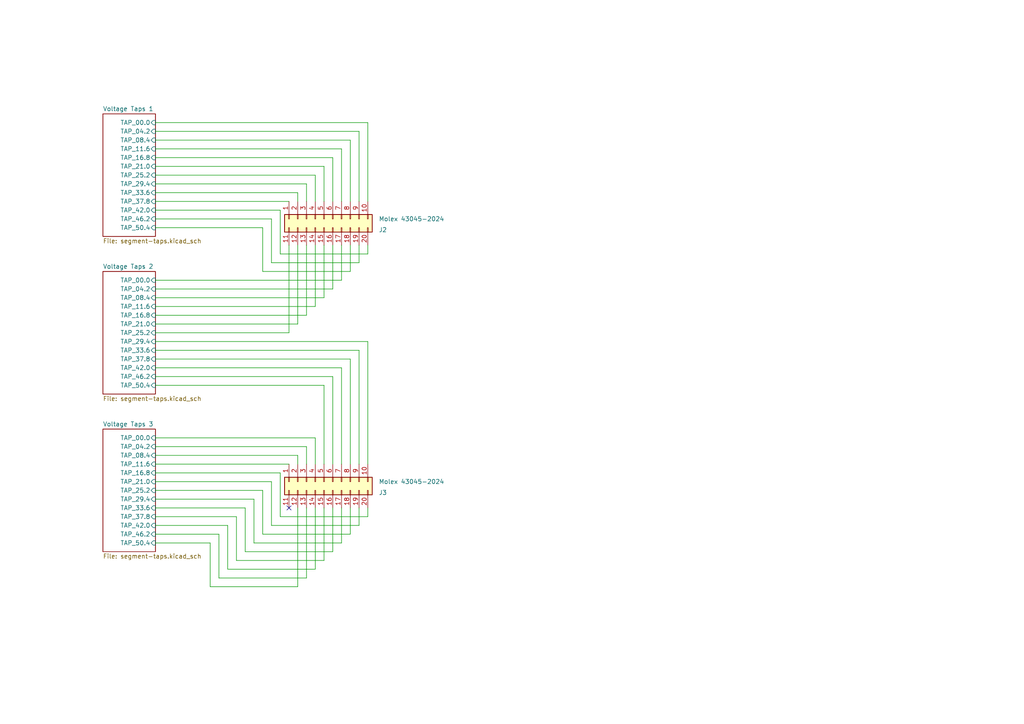
<source format=kicad_sch>
(kicad_sch (version 20250114) (generator "eeschema") (generator_version "9.0")
  (paper "A4")
  (lib_symbols
    (symbol "Connector_Generic:Conn_02x10_Top_Bottom" (pin_names (offset 1.016) (hide yes))
      (property "Reference" "J" (at 1.27 12.7 0))
      (property "Value" "Conn_02x10_Top_Bottom" (at 1.27 -15.24 0))
      (symbol "Conn_02x10_Top_Bottom_1_1"
        (rectangle (start -1.27 11.43) (end 3.81 -13.97) (stroke (width 0.254)) (fill (type background)))
        (rectangle (start -1.27 10.287) (end 0 10.033) (stroke (width 0.1524)))
        (rectangle (start -1.27 7.747) (end 0 7.493) (stroke (width 0.1524)))
        (rectangle (start -1.27 5.207) (end 0 4.953) (stroke (width 0.1524)))
        (rectangle (start -1.27 2.667) (end 0 2.413) (stroke (width 0.1524)))
        (rectangle (start -1.27 0.127) (end 0 -0.127) (stroke (width 0.1524)))
        (rectangle (start -1.27 -2.413) (end 0 -2.667) (stroke (width 0.1524)))
        (rectangle (start -1.27 -4.953) (end 0 -5.207) (stroke (width 0.1524)))
        (rectangle (start -1.27 -7.493) (end 0 -7.747) (stroke (width 0.1524)))
        (rectangle (start -1.27 -10.033) (end 0 -10.287) (stroke (width 0.1524)))
        (rectangle (start -1.27 -12.573) (end 0 -12.827) (stroke (width 0.1524)))
        (rectangle (start 3.81 10.287) (end 2.54 10.033) (stroke (width 0.1524)))
        (rectangle (start 3.81 7.747) (end 2.54 7.493) (stroke (width 0.1524)))
        (rectangle (start 3.81 5.207) (end 2.54 4.953) (stroke (width 0.1524)))
        (rectangle (start 3.81 2.667) (end 2.54 2.413) (stroke (width 0.1524)))
        (rectangle (start 3.81 0.127) (end 2.54 -0.127) (stroke (width 0.1524)))
        (rectangle (start 3.81 -2.413) (end 2.54 -2.667) (stroke (width 0.1524)))
        (rectangle (start 3.81 -4.953) (end 2.54 -5.207) (stroke (width 0.1524)))
        (rectangle (start 3.81 -7.493) (end 2.54 -7.747) (stroke (width 0.1524)))
        (rectangle (start 3.81 -10.033) (end 2.54 -10.287) (stroke (width 0.1524)))
        (rectangle (start 3.81 -12.573) (end 2.54 -12.827) (stroke (width 0.1524)))
        (pin passive line (at -5.08 10.16 0) (length 3.81) (name "Pin_1") (number "1"))
        (pin passive line (at -5.08 7.62 0) (length 3.81) (name "Pin_2") (number "2"))
        (pin passive line (at -5.08 5.08 0) (length 3.81) (name "Pin_3") (number "3"))
        (pin passive line (at -5.08 2.54 0) (length 3.81) (name "Pin_4") (number "4"))
        (pin passive line (at -5.08 0 0) (length 3.81) (name "Pin_5") (number "5"))
        (pin passive line (at -5.08 -2.54 0) (length 3.81) (name "Pin_6") (number "6"))
        (pin passive line (at -5.08 -5.08 0) (length 3.81) (name "Pin_7") (number "7"))
        (pin passive line (at -5.08 -7.62 0) (length 3.81) (name "Pin_8") (number "8"))
        (pin passive line (at -5.08 -10.16 0) (length 3.81) (name "Pin_9") (number "9"))
        (pin passive line (at -5.08 -12.7 0) (length 3.81) (name "Pin_10") (number "10"))
        (pin passive line (at 7.62 10.16 180) (length 3.81) (name "Pin_11") (number "11"))
        (pin passive line (at 7.62 7.62 180) (length 3.81) (name "Pin_12") (number "12"))
        (pin passive line (at 7.62 5.08 180) (length 3.81) (name "Pin_13") (number "13"))
        (pin passive line (at 7.62 2.54 180) (length 3.81) (name "Pin_14") (number "14"))
        (pin passive line (at 7.62 0 180) (length 3.81) (name "Pin_15") (number "15"))
        (pin passive line (at 7.62 -2.54 180) (length 3.81) (name "Pin_16") (number "16"))
        (pin passive line (at 7.62 -5.08 180) (length 3.81) (name "Pin_17") (number "17"))
        (pin passive line (at 7.62 -7.62 180) (length 3.81) (name "Pin_18") (number "18"))
        (pin passive line (at 7.62 -10.16 180) (length 3.81) (name "Pin_19") (number "19"))
        (pin passive line (at 7.62 -12.7 180) (length 3.81) (name "Pin_20") (number "20"))
      )
    )
  )
  (no_connect (at 83.82 147.32))
  (wire (pts (xy 96.52 83.82) (xy 96.52 71.12)))
  (wire (pts (xy 45.085 157.48) (xy 60.96 157.48)))
  (wire (pts (xy 45.085 88.9) (xy 91.44 88.9)))
  (wire (pts (xy 86.36 55.88) (xy 86.36 58.42)))
  (wire (pts (xy 66.04 152.4) (xy 66.04 165.1)))
  (wire (pts (xy 45.085 104.14) (xy 101.6 104.14)))
  (wire (pts (xy 45.085 96.52) (xy 83.82 96.52)))
  (wire (pts (xy 88.9 53.34) (xy 88.9 58.42)))
  (wire (pts (xy 78.74 63.5) (xy 78.74 76.2)))
  (wire (pts (xy 88.9 167.64) (xy 88.9 147.32)))
  (wire (pts (xy 96.52 160.02) (xy 96.52 147.32)))
  (wire (pts (xy 45.085 50.8) (xy 91.44 50.8)))
  (wire (pts (xy 45.085 58.42) (xy 83.82 58.42)))
  (wire (pts (xy 101.6 78.74) (xy 101.6 71.12)))
  (wire (pts (xy 45.085 43.18) (xy 99.06 43.18)))
  (wire (pts (xy 45.085 129.54) (xy 88.9 129.54)))
  (wire (pts (xy 60.96 157.48) (xy 60.96 170.18)))
  (wire (pts (xy 45.085 142.24) (xy 76.2 142.24)))
  (wire (pts (xy 96.52 45.72) (xy 96.52 58.42)))
  (wire (pts (xy 45.085 60.96) (xy 81.28 60.96)))
  (wire (pts (xy 45.085 134.62) (xy 83.82 134.62)))
  (wire (pts (xy 45.085 81.28) (xy 99.06 81.28)))
  (wire (pts (xy 45.085 40.64) (xy 101.6 40.64)))
  (wire (pts (xy 45.085 106.68) (xy 99.06 106.68)))
  (wire (pts (xy 45.085 132.08) (xy 86.36 132.08)))
  (wire (pts (xy 45.085 35.56) (xy 106.68 35.56)))
  (wire (pts (xy 104.14 101.6) (xy 104.14 134.62)))
  (wire (pts (xy 60.96 170.18) (xy 86.36 170.18)))
  (wire (pts (xy 45.085 127) (xy 91.44 127)))
  (wire (pts (xy 45.085 137.16) (xy 81.28 137.16)))
  (wire (pts (xy 76.2 78.74) (xy 101.6 78.74)))
  (wire (pts (xy 99.06 81.28) (xy 99.06 71.12)))
  (wire (pts (xy 99.06 157.48) (xy 99.06 147.32)))
  (wire (pts (xy 93.98 86.36) (xy 93.98 71.12)))
  (wire (pts (xy 101.6 104.14) (xy 101.6 134.62)))
  (wire (pts (xy 45.085 91.44) (xy 88.9 91.44)))
  (wire (pts (xy 106.68 99.06) (xy 106.68 134.62)))
  (wire (pts (xy 63.5 167.64) (xy 88.9 167.64)))
  (wire (pts (xy 76.2 66.04) (xy 76.2 78.74)))
  (wire (pts (xy 45.085 109.22) (xy 96.52 109.22)))
  (wire (pts (xy 106.68 73.66) (xy 106.68 71.12)))
  (wire (pts (xy 78.74 139.7) (xy 78.74 152.4)))
  (wire (pts (xy 76.2 154.94) (xy 101.6 154.94)))
  (wire (pts (xy 45.085 55.88) (xy 86.36 55.88)))
  (wire (pts (xy 45.085 45.72) (xy 96.52 45.72)))
  (wire (pts (xy 81.28 60.96) (xy 81.28 73.66)))
  (wire (pts (xy 104.14 152.4) (xy 104.14 147.32)))
  (wire (pts (xy 45.085 93.98) (xy 86.36 93.98)))
  (wire (pts (xy 68.58 162.56) (xy 93.98 162.56)))
  (wire (pts (xy 86.36 93.98) (xy 86.36 71.12)))
  (wire (pts (xy 81.28 73.66) (xy 106.68 73.66)))
  (wire (pts (xy 45.085 101.6) (xy 104.14 101.6)))
  (wire (pts (xy 93.98 48.26) (xy 93.98 58.42)))
  (wire (pts (xy 101.6 40.64) (xy 101.6 58.42)))
  (wire (pts (xy 45.085 111.76) (xy 93.98 111.76)))
  (wire (pts (xy 93.98 111.76) (xy 93.98 134.62)))
  (wire (pts (xy 45.085 83.82) (xy 96.52 83.82)))
  (wire (pts (xy 106.68 35.56) (xy 106.68 58.42)))
  (wire (pts (xy 99.06 106.68) (xy 99.06 134.62)))
  (wire (pts (xy 91.44 127) (xy 91.44 134.62)))
  (wire (pts (xy 93.98 162.56) (xy 93.98 147.32)))
  (wire (pts (xy 45.085 66.04) (xy 76.2 66.04)))
  (wire (pts (xy 88.9 91.44) (xy 88.9 71.12)))
  (wire (pts (xy 45.085 53.34) (xy 88.9 53.34)))
  (wire (pts (xy 104.14 76.2) (xy 104.14 71.12)))
  (wire (pts (xy 45.085 144.78) (xy 73.66 144.78)))
  (wire (pts (xy 76.2 142.24) (xy 76.2 154.94)))
  (wire (pts (xy 86.36 170.18) (xy 86.36 147.32)))
  (wire (pts (xy 91.44 165.1) (xy 91.44 147.32)))
  (wire (pts (xy 63.5 154.94) (xy 63.5 167.64)))
  (wire (pts (xy 45.085 139.7) (xy 78.74 139.7)))
  (wire (pts (xy 88.9 129.54) (xy 88.9 134.62)))
  (wire (pts (xy 91.44 88.9) (xy 91.44 71.12)))
  (wire (pts (xy 45.085 152.4) (xy 66.04 152.4)))
  (wire (pts (xy 86.36 132.08) (xy 86.36 134.62)))
  (wire (pts (xy 45.085 149.86) (xy 68.58 149.86)))
  (wire (pts (xy 78.74 76.2) (xy 104.14 76.2)))
  (wire (pts (xy 71.12 160.02) (xy 96.52 160.02)))
  (wire (pts (xy 99.06 43.18) (xy 99.06 58.42)))
  (wire (pts (xy 45.085 86.36) (xy 93.98 86.36)))
  (wire (pts (xy 101.6 154.94) (xy 101.6 147.32)))
  (wire (pts (xy 81.28 137.16) (xy 81.28 149.86)))
  (wire (pts (xy 45.085 99.06) (xy 106.68 99.06)))
  (wire (pts (xy 83.82 96.52) (xy 83.82 71.12)))
  (wire (pts (xy 45.085 154.94) (xy 63.5 154.94)))
  (wire (pts (xy 71.12 147.32) (xy 71.12 160.02)))
  (wire (pts (xy 78.74 152.4) (xy 104.14 152.4)))
  (wire (pts (xy 106.68 149.86) (xy 106.68 147.32)))
  (wire (pts (xy 104.14 38.1) (xy 104.14 58.42)))
  (wire (pts (xy 96.52 109.22) (xy 96.52 134.62)))
  (wire (pts (xy 73.66 157.48) (xy 99.06 157.48)))
  (wire (pts (xy 45.085 63.5) (xy 78.74 63.5)))
  (wire (pts (xy 73.66 144.78) (xy 73.66 157.48)))
  (wire (pts (xy 91.44 50.8) (xy 91.44 58.42)))
  (wire (pts (xy 45.085 38.1) (xy 104.14 38.1)))
  (wire (pts (xy 81.28 149.86) (xy 106.68 149.86)))
  (wire (pts (xy 45.085 48.26) (xy 93.98 48.26)))
  (wire (pts (xy 66.04 165.1) (xy 91.44 165.1)))
  (wire (pts (xy 68.58 149.86) (xy 68.58 162.56)))
  (wire (pts (xy 45.085 147.32) (xy 71.12 147.32)))
  (symbol (lib_id "Connector_Generic:Conn_02x10_Top_Bottom") (at 93.98 63.5 90) (mirror x) (unit 1)
    (property "Reference" "J2" (at 109.855 66.675 90) (effects (justify right)))
    (property "Value" "Molex 43045-2024" (at 109.855 63.5 90) (effects (justify right)))
    (property "Footprint" "SamacSys Library:43045-20YY_242526" (effects (hide yes)))
    (property "Description" "Generic connector, double row, 02x10, top/bottom pin numbering scheme (row 1: 1...pins_per_row, row2: pins_per_row+1 ... num_pins), script generated (kicad-library-utils/schlib/autogen/connector/)" (effects (hide yes)))
    (instances (project "bms-interface" (path "" (reference "J2") (unit 1)) (path "" (reference "J7") (unit 1)) (path "" (reference "J12") (unit 1))))
  )
  (symbol (lib_id "Connector_Generic:Conn_02x10_Top_Bottom") (at 93.98 139.7 90) (mirror x) (unit 1)
    (property "Reference" "J3" (at 109.855 142.875 90) (effects (justify right)))
    (property "Value" "Molex 43045-2024" (at 109.855 139.7 90) (effects (justify right)))
    (property "Footprint" "SamacSys Library:43045-20YY_242526" (effects (hide yes)))
    (property "Description" "Generic connector, double row, 02x10, top/bottom pin numbering scheme (row 1: 1...pins_per_row, row2: pins_per_row+1 ... num_pins), script generated (kicad-library-utils/schlib/autogen/connector/)" (effects (hide yes)))
    (instances (project "bms-interface" (path "" (reference "J3") (unit 1)) (path "" (reference "J8") (unit 1)) (path "" (reference "J13") (unit 1))))
  )
  (sheet (at 29.845 78.74) (size 15.24 35.56) (stroke (width 0.1524))
    (property "Sheetname" "Voltage Taps 2" (at 29.845 78.0284 0) (effects (justify left bottom)))
    (property "Sheetfile" "segment-taps.kicad_sch" (at 29.845 114.8846 0) (effects (justify left top)))
    (pin "TAP_11.6" input (at 45.085 88.9 0))
    (pin "TAP_16.8" input (at 45.085 91.44 0))
    (pin "TAP_21.0" input (at 45.085 93.98 0))
    (pin "TAP_25.2" input (at 45.085 96.52 0))
    (pin "TAP_04.2" input (at 45.085 83.82 0))
    (pin "TAP_00.0" input (at 45.085 81.28 0))
    (pin "TAP_08.4" input (at 45.085 86.36 0))
    (pin "TAP_33.6" input (at 45.085 101.6 0))
    (pin "TAP_46.2" input (at 45.085 109.22 0))
    (pin "TAP_50.4" input (at 45.085 111.76 0))
    (pin "TAP_29.4" input (at 45.085 99.06 0))
    (pin "TAP_37.8" input (at 45.085 104.14 0))
    (pin "TAP_42.0" input (at 45.085 106.68 0))
  )
  (sheet (at 29.845 124.46) (size 15.24 35.56) (stroke (width 0.1524))
    (property "Sheetname" "Voltage Taps 3" (at 29.845 123.7484 0) (effects (justify left bottom)))
    (property "Sheetfile" "segment-taps.kicad_sch" (at 29.845 160.6046 0) (effects (justify left top)))
    (pin "TAP_11.6" input (at 45.085 134.62 0))
    (pin "TAP_16.8" input (at 45.085 137.16 0))
    (pin "TAP_21.0" input (at 45.085 139.7 0))
    (pin "TAP_25.2" input (at 45.085 142.24 0))
    (pin "TAP_04.2" input (at 45.085 129.54 0))
    (pin "TAP_00.0" input (at 45.085 127 0))
    (pin "TAP_08.4" input (at 45.085 132.08 0))
    (pin "TAP_33.6" input (at 45.085 147.32 0))
    (pin "TAP_46.2" input (at 45.085 154.94 0))
    (pin "TAP_50.4" input (at 45.085 157.48 0))
    (pin "TAP_29.4" input (at 45.085 144.78 0))
    (pin "TAP_37.8" input (at 45.085 149.86 0))
    (pin "TAP_42.0" input (at 45.085 152.4 0))
  )
  (sheet (at 29.845 33.02) (size 15.24 35.56) (stroke (width 0.1524))
    (property "Sheetname" "Voltage Taps 1" (at 29.845 32.3084 0) (effects (justify left bottom)))
    (property "Sheetfile" "segment-taps.kicad_sch" (at 29.845 69.1646 0) (effects (justify left top)))
    (pin "TAP_11.6" input (at 45.085 43.18 0))
    (pin "TAP_16.8" input (at 45.085 45.72 0))
    (pin "TAP_21.0" input (at 45.085 48.26 0))
    (pin "TAP_25.2" input (at 45.085 50.8 0))
    (pin "TAP_04.2" input (at 45.085 38.1 0))
    (pin "TAP_00.0" input (at 45.085 35.56 0))
    (pin "TAP_08.4" input (at 45.085 40.64 0))
    (pin "TAP_33.6" input (at 45.085 55.88 0))
    (pin "TAP_46.2" input (at 45.085 63.5 0))
    (pin "TAP_50.4" input (at 45.085 66.04 0))
    (pin "TAP_29.4" input (at 45.085 53.34 0))
    (pin "TAP_37.8" input (at 45.085 58.42 0))
    (pin "TAP_42.0" input (at 45.085 60.96 0))
  )
)
</source>
